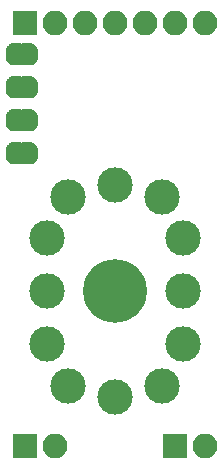
<source format=gbs>
G04 #@! TF.GenerationSoftware,KiCad,Pcbnew,(5.0.0)*
G04 #@! TF.CreationDate,2018-09-15T21:58:09+09:00*
G04 #@! TF.ProjectId,Nixie_Module_IN-12,4E697869655F4D6F64756C655F494E2D,rev?*
G04 #@! TF.SameCoordinates,Original*
G04 #@! TF.FileFunction,Soldermask,Bot*
G04 #@! TF.FilePolarity,Negative*
%FSLAX46Y46*%
G04 Gerber Fmt 4.6, Leading zero omitted, Abs format (unit mm)*
G04 Created by KiCad (PCBNEW (5.0.0)) date 09/15/18 21:58:09*
%MOMM*%
%LPD*%
G01*
G04 APERTURE LIST*
%ADD10C,3.000000*%
%ADD11C,5.400000*%
%ADD12R,2.100000X2.100000*%
%ADD13O,2.100000X2.100000*%
%ADD14C,0.500000*%
%ADD15C,0.100000*%
G04 APERTURE END LIST*
D10*
G04 #@! TO.C,U2*
X79248000Y-77868000D03*
X83248000Y-78868000D03*
X84998000Y-82368000D03*
X84998000Y-86868000D03*
X84998000Y-91368000D03*
X83248000Y-94868000D03*
X79248000Y-95868000D03*
X75248000Y-94868000D03*
X73498000Y-91368000D03*
X73498000Y-86868000D03*
X73498000Y-82368000D03*
D11*
X79248000Y-86868000D03*
D10*
X75248000Y-78868000D03*
G04 #@! TD*
D12*
G04 #@! TO.C,J4*
X71628000Y-100012500D03*
D13*
X74168000Y-100012500D03*
G04 #@! TD*
D12*
G04 #@! TO.C,J3*
X84328000Y-100012500D03*
D13*
X86868000Y-100012500D03*
G04 #@! TD*
D12*
G04 #@! TO.C,J1*
X71678800Y-64160400D03*
D13*
X74218800Y-64160400D03*
X76758800Y-64160400D03*
X79298800Y-64160400D03*
X81838800Y-64160400D03*
X84378800Y-64160400D03*
X86918800Y-64160400D03*
G04 #@! TD*
D14*
G04 #@! TO.C,JP1*
X70724000Y-66802000D03*
D15*
G36*
X70717888Y-67751398D02*
X70699466Y-67751398D01*
X70679860Y-67750435D01*
X70631029Y-67745625D01*
X70611620Y-67742746D01*
X70563495Y-67733174D01*
X70544452Y-67728404D01*
X70497497Y-67714160D01*
X70479020Y-67707549D01*
X70433687Y-67688772D01*
X70415939Y-67680377D01*
X70372666Y-67657246D01*
X70355838Y-67647160D01*
X70315039Y-67619900D01*
X70299270Y-67608205D01*
X70261341Y-67577077D01*
X70246800Y-67563897D01*
X70212103Y-67529200D01*
X70198923Y-67514659D01*
X70167795Y-67476730D01*
X70156100Y-67460961D01*
X70128840Y-67420162D01*
X70118754Y-67403334D01*
X70095623Y-67360061D01*
X70087228Y-67342313D01*
X70068451Y-67296980D01*
X70061840Y-67278503D01*
X70047596Y-67231548D01*
X70042826Y-67212505D01*
X70033254Y-67164380D01*
X70030375Y-67144971D01*
X70025565Y-67096140D01*
X70024602Y-67076534D01*
X70024602Y-67058112D01*
X70024000Y-67052000D01*
X70024000Y-66552000D01*
X70024602Y-66545888D01*
X70024602Y-66527466D01*
X70025565Y-66507860D01*
X70030375Y-66459029D01*
X70033254Y-66439620D01*
X70042826Y-66391495D01*
X70047596Y-66372452D01*
X70061840Y-66325497D01*
X70068451Y-66307020D01*
X70087228Y-66261687D01*
X70095623Y-66243939D01*
X70118754Y-66200666D01*
X70128840Y-66183838D01*
X70156100Y-66143039D01*
X70167795Y-66127270D01*
X70198923Y-66089341D01*
X70212103Y-66074800D01*
X70246800Y-66040103D01*
X70261341Y-66026923D01*
X70299270Y-65995795D01*
X70315039Y-65984100D01*
X70355838Y-65956840D01*
X70372666Y-65946754D01*
X70415939Y-65923623D01*
X70433687Y-65915228D01*
X70479020Y-65896451D01*
X70497497Y-65889840D01*
X70544452Y-65875596D01*
X70563495Y-65870826D01*
X70611620Y-65861254D01*
X70631029Y-65858375D01*
X70679860Y-65853565D01*
X70699466Y-65852602D01*
X70717888Y-65852602D01*
X70724000Y-65852000D01*
X71224000Y-65852000D01*
X71263018Y-65855843D01*
X71300537Y-65867224D01*
X71335114Y-65885706D01*
X71365421Y-65910579D01*
X71390294Y-65940886D01*
X71408776Y-65975463D01*
X71420157Y-66012982D01*
X71424000Y-66052000D01*
X71424000Y-67552000D01*
X71420157Y-67591018D01*
X71408776Y-67628537D01*
X71390294Y-67663114D01*
X71365421Y-67693421D01*
X71335114Y-67718294D01*
X71300537Y-67736776D01*
X71263018Y-67748157D01*
X71224000Y-67752000D01*
X70724000Y-67752000D01*
X70717888Y-67751398D01*
X70717888Y-67751398D01*
G37*
D14*
X72024000Y-66802000D03*
D15*
G36*
X71484982Y-67748157D02*
X71447463Y-67736776D01*
X71412886Y-67718294D01*
X71382579Y-67693421D01*
X71357706Y-67663114D01*
X71339224Y-67628537D01*
X71327843Y-67591018D01*
X71324000Y-67552000D01*
X71324000Y-66052000D01*
X71327843Y-66012982D01*
X71339224Y-65975463D01*
X71357706Y-65940886D01*
X71382579Y-65910579D01*
X71412886Y-65885706D01*
X71447463Y-65867224D01*
X71484982Y-65855843D01*
X71524000Y-65852000D01*
X72024000Y-65852000D01*
X72030112Y-65852602D01*
X72048534Y-65852602D01*
X72068140Y-65853565D01*
X72116971Y-65858375D01*
X72136380Y-65861254D01*
X72184505Y-65870826D01*
X72203548Y-65875596D01*
X72250503Y-65889840D01*
X72268980Y-65896451D01*
X72314313Y-65915228D01*
X72332061Y-65923623D01*
X72375334Y-65946754D01*
X72392162Y-65956840D01*
X72432961Y-65984100D01*
X72448730Y-65995795D01*
X72486659Y-66026923D01*
X72501200Y-66040103D01*
X72535897Y-66074800D01*
X72549077Y-66089341D01*
X72580205Y-66127270D01*
X72591900Y-66143039D01*
X72619160Y-66183838D01*
X72629246Y-66200666D01*
X72652377Y-66243939D01*
X72660772Y-66261687D01*
X72679549Y-66307020D01*
X72686160Y-66325497D01*
X72700404Y-66372452D01*
X72705174Y-66391495D01*
X72714746Y-66439620D01*
X72717625Y-66459029D01*
X72722435Y-66507860D01*
X72723398Y-66527466D01*
X72723398Y-66545888D01*
X72724000Y-66552000D01*
X72724000Y-67052000D01*
X72723398Y-67058112D01*
X72723398Y-67076534D01*
X72722435Y-67096140D01*
X72717625Y-67144971D01*
X72714746Y-67164380D01*
X72705174Y-67212505D01*
X72700404Y-67231548D01*
X72686160Y-67278503D01*
X72679549Y-67296980D01*
X72660772Y-67342313D01*
X72652377Y-67360061D01*
X72629246Y-67403334D01*
X72619160Y-67420162D01*
X72591900Y-67460961D01*
X72580205Y-67476730D01*
X72549077Y-67514659D01*
X72535897Y-67529200D01*
X72501200Y-67563897D01*
X72486659Y-67577077D01*
X72448730Y-67608205D01*
X72432961Y-67619900D01*
X72392162Y-67647160D01*
X72375334Y-67657246D01*
X72332061Y-67680377D01*
X72314313Y-67688772D01*
X72268980Y-67707549D01*
X72250503Y-67714160D01*
X72203548Y-67728404D01*
X72184505Y-67733174D01*
X72136380Y-67742746D01*
X72116971Y-67745625D01*
X72068140Y-67750435D01*
X72048534Y-67751398D01*
X72030112Y-67751398D01*
X72024000Y-67752000D01*
X71524000Y-67752000D01*
X71484982Y-67748157D01*
X71484982Y-67748157D01*
G37*
G04 #@! TD*
D14*
G04 #@! TO.C,JP2*
X72024000Y-69596000D03*
D15*
G36*
X71484982Y-70542157D02*
X71447463Y-70530776D01*
X71412886Y-70512294D01*
X71382579Y-70487421D01*
X71357706Y-70457114D01*
X71339224Y-70422537D01*
X71327843Y-70385018D01*
X71324000Y-70346000D01*
X71324000Y-68846000D01*
X71327843Y-68806982D01*
X71339224Y-68769463D01*
X71357706Y-68734886D01*
X71382579Y-68704579D01*
X71412886Y-68679706D01*
X71447463Y-68661224D01*
X71484982Y-68649843D01*
X71524000Y-68646000D01*
X72024000Y-68646000D01*
X72030112Y-68646602D01*
X72048534Y-68646602D01*
X72068140Y-68647565D01*
X72116971Y-68652375D01*
X72136380Y-68655254D01*
X72184505Y-68664826D01*
X72203548Y-68669596D01*
X72250503Y-68683840D01*
X72268980Y-68690451D01*
X72314313Y-68709228D01*
X72332061Y-68717623D01*
X72375334Y-68740754D01*
X72392162Y-68750840D01*
X72432961Y-68778100D01*
X72448730Y-68789795D01*
X72486659Y-68820923D01*
X72501200Y-68834103D01*
X72535897Y-68868800D01*
X72549077Y-68883341D01*
X72580205Y-68921270D01*
X72591900Y-68937039D01*
X72619160Y-68977838D01*
X72629246Y-68994666D01*
X72652377Y-69037939D01*
X72660772Y-69055687D01*
X72679549Y-69101020D01*
X72686160Y-69119497D01*
X72700404Y-69166452D01*
X72705174Y-69185495D01*
X72714746Y-69233620D01*
X72717625Y-69253029D01*
X72722435Y-69301860D01*
X72723398Y-69321466D01*
X72723398Y-69339888D01*
X72724000Y-69346000D01*
X72724000Y-69846000D01*
X72723398Y-69852112D01*
X72723398Y-69870534D01*
X72722435Y-69890140D01*
X72717625Y-69938971D01*
X72714746Y-69958380D01*
X72705174Y-70006505D01*
X72700404Y-70025548D01*
X72686160Y-70072503D01*
X72679549Y-70090980D01*
X72660772Y-70136313D01*
X72652377Y-70154061D01*
X72629246Y-70197334D01*
X72619160Y-70214162D01*
X72591900Y-70254961D01*
X72580205Y-70270730D01*
X72549077Y-70308659D01*
X72535897Y-70323200D01*
X72501200Y-70357897D01*
X72486659Y-70371077D01*
X72448730Y-70402205D01*
X72432961Y-70413900D01*
X72392162Y-70441160D01*
X72375334Y-70451246D01*
X72332061Y-70474377D01*
X72314313Y-70482772D01*
X72268980Y-70501549D01*
X72250503Y-70508160D01*
X72203548Y-70522404D01*
X72184505Y-70527174D01*
X72136380Y-70536746D01*
X72116971Y-70539625D01*
X72068140Y-70544435D01*
X72048534Y-70545398D01*
X72030112Y-70545398D01*
X72024000Y-70546000D01*
X71524000Y-70546000D01*
X71484982Y-70542157D01*
X71484982Y-70542157D01*
G37*
D14*
X70724000Y-69596000D03*
D15*
G36*
X70717888Y-70545398D02*
X70699466Y-70545398D01*
X70679860Y-70544435D01*
X70631029Y-70539625D01*
X70611620Y-70536746D01*
X70563495Y-70527174D01*
X70544452Y-70522404D01*
X70497497Y-70508160D01*
X70479020Y-70501549D01*
X70433687Y-70482772D01*
X70415939Y-70474377D01*
X70372666Y-70451246D01*
X70355838Y-70441160D01*
X70315039Y-70413900D01*
X70299270Y-70402205D01*
X70261341Y-70371077D01*
X70246800Y-70357897D01*
X70212103Y-70323200D01*
X70198923Y-70308659D01*
X70167795Y-70270730D01*
X70156100Y-70254961D01*
X70128840Y-70214162D01*
X70118754Y-70197334D01*
X70095623Y-70154061D01*
X70087228Y-70136313D01*
X70068451Y-70090980D01*
X70061840Y-70072503D01*
X70047596Y-70025548D01*
X70042826Y-70006505D01*
X70033254Y-69958380D01*
X70030375Y-69938971D01*
X70025565Y-69890140D01*
X70024602Y-69870534D01*
X70024602Y-69852112D01*
X70024000Y-69846000D01*
X70024000Y-69346000D01*
X70024602Y-69339888D01*
X70024602Y-69321466D01*
X70025565Y-69301860D01*
X70030375Y-69253029D01*
X70033254Y-69233620D01*
X70042826Y-69185495D01*
X70047596Y-69166452D01*
X70061840Y-69119497D01*
X70068451Y-69101020D01*
X70087228Y-69055687D01*
X70095623Y-69037939D01*
X70118754Y-68994666D01*
X70128840Y-68977838D01*
X70156100Y-68937039D01*
X70167795Y-68921270D01*
X70198923Y-68883341D01*
X70212103Y-68868800D01*
X70246800Y-68834103D01*
X70261341Y-68820923D01*
X70299270Y-68789795D01*
X70315039Y-68778100D01*
X70355838Y-68750840D01*
X70372666Y-68740754D01*
X70415939Y-68717623D01*
X70433687Y-68709228D01*
X70479020Y-68690451D01*
X70497497Y-68683840D01*
X70544452Y-68669596D01*
X70563495Y-68664826D01*
X70611620Y-68655254D01*
X70631029Y-68652375D01*
X70679860Y-68647565D01*
X70699466Y-68646602D01*
X70717888Y-68646602D01*
X70724000Y-68646000D01*
X71224000Y-68646000D01*
X71263018Y-68649843D01*
X71300537Y-68661224D01*
X71335114Y-68679706D01*
X71365421Y-68704579D01*
X71390294Y-68734886D01*
X71408776Y-68769463D01*
X71420157Y-68806982D01*
X71424000Y-68846000D01*
X71424000Y-70346000D01*
X71420157Y-70385018D01*
X71408776Y-70422537D01*
X71390294Y-70457114D01*
X71365421Y-70487421D01*
X71335114Y-70512294D01*
X71300537Y-70530776D01*
X71263018Y-70542157D01*
X71224000Y-70546000D01*
X70724000Y-70546000D01*
X70717888Y-70545398D01*
X70717888Y-70545398D01*
G37*
G04 #@! TD*
D14*
G04 #@! TO.C,JP4*
X70724000Y-75184000D03*
D15*
G36*
X70717888Y-76133398D02*
X70699466Y-76133398D01*
X70679860Y-76132435D01*
X70631029Y-76127625D01*
X70611620Y-76124746D01*
X70563495Y-76115174D01*
X70544452Y-76110404D01*
X70497497Y-76096160D01*
X70479020Y-76089549D01*
X70433687Y-76070772D01*
X70415939Y-76062377D01*
X70372666Y-76039246D01*
X70355838Y-76029160D01*
X70315039Y-76001900D01*
X70299270Y-75990205D01*
X70261341Y-75959077D01*
X70246800Y-75945897D01*
X70212103Y-75911200D01*
X70198923Y-75896659D01*
X70167795Y-75858730D01*
X70156100Y-75842961D01*
X70128840Y-75802162D01*
X70118754Y-75785334D01*
X70095623Y-75742061D01*
X70087228Y-75724313D01*
X70068451Y-75678980D01*
X70061840Y-75660503D01*
X70047596Y-75613548D01*
X70042826Y-75594505D01*
X70033254Y-75546380D01*
X70030375Y-75526971D01*
X70025565Y-75478140D01*
X70024602Y-75458534D01*
X70024602Y-75440112D01*
X70024000Y-75434000D01*
X70024000Y-74934000D01*
X70024602Y-74927888D01*
X70024602Y-74909466D01*
X70025565Y-74889860D01*
X70030375Y-74841029D01*
X70033254Y-74821620D01*
X70042826Y-74773495D01*
X70047596Y-74754452D01*
X70061840Y-74707497D01*
X70068451Y-74689020D01*
X70087228Y-74643687D01*
X70095623Y-74625939D01*
X70118754Y-74582666D01*
X70128840Y-74565838D01*
X70156100Y-74525039D01*
X70167795Y-74509270D01*
X70198923Y-74471341D01*
X70212103Y-74456800D01*
X70246800Y-74422103D01*
X70261341Y-74408923D01*
X70299270Y-74377795D01*
X70315039Y-74366100D01*
X70355838Y-74338840D01*
X70372666Y-74328754D01*
X70415939Y-74305623D01*
X70433687Y-74297228D01*
X70479020Y-74278451D01*
X70497497Y-74271840D01*
X70544452Y-74257596D01*
X70563495Y-74252826D01*
X70611620Y-74243254D01*
X70631029Y-74240375D01*
X70679860Y-74235565D01*
X70699466Y-74234602D01*
X70717888Y-74234602D01*
X70724000Y-74234000D01*
X71224000Y-74234000D01*
X71263018Y-74237843D01*
X71300537Y-74249224D01*
X71335114Y-74267706D01*
X71365421Y-74292579D01*
X71390294Y-74322886D01*
X71408776Y-74357463D01*
X71420157Y-74394982D01*
X71424000Y-74434000D01*
X71424000Y-75934000D01*
X71420157Y-75973018D01*
X71408776Y-76010537D01*
X71390294Y-76045114D01*
X71365421Y-76075421D01*
X71335114Y-76100294D01*
X71300537Y-76118776D01*
X71263018Y-76130157D01*
X71224000Y-76134000D01*
X70724000Y-76134000D01*
X70717888Y-76133398D01*
X70717888Y-76133398D01*
G37*
D14*
X72024000Y-75184000D03*
D15*
G36*
X71484982Y-76130157D02*
X71447463Y-76118776D01*
X71412886Y-76100294D01*
X71382579Y-76075421D01*
X71357706Y-76045114D01*
X71339224Y-76010537D01*
X71327843Y-75973018D01*
X71324000Y-75934000D01*
X71324000Y-74434000D01*
X71327843Y-74394982D01*
X71339224Y-74357463D01*
X71357706Y-74322886D01*
X71382579Y-74292579D01*
X71412886Y-74267706D01*
X71447463Y-74249224D01*
X71484982Y-74237843D01*
X71524000Y-74234000D01*
X72024000Y-74234000D01*
X72030112Y-74234602D01*
X72048534Y-74234602D01*
X72068140Y-74235565D01*
X72116971Y-74240375D01*
X72136380Y-74243254D01*
X72184505Y-74252826D01*
X72203548Y-74257596D01*
X72250503Y-74271840D01*
X72268980Y-74278451D01*
X72314313Y-74297228D01*
X72332061Y-74305623D01*
X72375334Y-74328754D01*
X72392162Y-74338840D01*
X72432961Y-74366100D01*
X72448730Y-74377795D01*
X72486659Y-74408923D01*
X72501200Y-74422103D01*
X72535897Y-74456800D01*
X72549077Y-74471341D01*
X72580205Y-74509270D01*
X72591900Y-74525039D01*
X72619160Y-74565838D01*
X72629246Y-74582666D01*
X72652377Y-74625939D01*
X72660772Y-74643687D01*
X72679549Y-74689020D01*
X72686160Y-74707497D01*
X72700404Y-74754452D01*
X72705174Y-74773495D01*
X72714746Y-74821620D01*
X72717625Y-74841029D01*
X72722435Y-74889860D01*
X72723398Y-74909466D01*
X72723398Y-74927888D01*
X72724000Y-74934000D01*
X72724000Y-75434000D01*
X72723398Y-75440112D01*
X72723398Y-75458534D01*
X72722435Y-75478140D01*
X72717625Y-75526971D01*
X72714746Y-75546380D01*
X72705174Y-75594505D01*
X72700404Y-75613548D01*
X72686160Y-75660503D01*
X72679549Y-75678980D01*
X72660772Y-75724313D01*
X72652377Y-75742061D01*
X72629246Y-75785334D01*
X72619160Y-75802162D01*
X72591900Y-75842961D01*
X72580205Y-75858730D01*
X72549077Y-75896659D01*
X72535897Y-75911200D01*
X72501200Y-75945897D01*
X72486659Y-75959077D01*
X72448730Y-75990205D01*
X72432961Y-76001900D01*
X72392162Y-76029160D01*
X72375334Y-76039246D01*
X72332061Y-76062377D01*
X72314313Y-76070772D01*
X72268980Y-76089549D01*
X72250503Y-76096160D01*
X72203548Y-76110404D01*
X72184505Y-76115174D01*
X72136380Y-76124746D01*
X72116971Y-76127625D01*
X72068140Y-76132435D01*
X72048534Y-76133398D01*
X72030112Y-76133398D01*
X72024000Y-76134000D01*
X71524000Y-76134000D01*
X71484982Y-76130157D01*
X71484982Y-76130157D01*
G37*
G04 #@! TD*
D14*
G04 #@! TO.C,JP3*
X72024000Y-72390000D03*
D15*
G36*
X71484982Y-73336157D02*
X71447463Y-73324776D01*
X71412886Y-73306294D01*
X71382579Y-73281421D01*
X71357706Y-73251114D01*
X71339224Y-73216537D01*
X71327843Y-73179018D01*
X71324000Y-73140000D01*
X71324000Y-71640000D01*
X71327843Y-71600982D01*
X71339224Y-71563463D01*
X71357706Y-71528886D01*
X71382579Y-71498579D01*
X71412886Y-71473706D01*
X71447463Y-71455224D01*
X71484982Y-71443843D01*
X71524000Y-71440000D01*
X72024000Y-71440000D01*
X72030112Y-71440602D01*
X72048534Y-71440602D01*
X72068140Y-71441565D01*
X72116971Y-71446375D01*
X72136380Y-71449254D01*
X72184505Y-71458826D01*
X72203548Y-71463596D01*
X72250503Y-71477840D01*
X72268980Y-71484451D01*
X72314313Y-71503228D01*
X72332061Y-71511623D01*
X72375334Y-71534754D01*
X72392162Y-71544840D01*
X72432961Y-71572100D01*
X72448730Y-71583795D01*
X72486659Y-71614923D01*
X72501200Y-71628103D01*
X72535897Y-71662800D01*
X72549077Y-71677341D01*
X72580205Y-71715270D01*
X72591900Y-71731039D01*
X72619160Y-71771838D01*
X72629246Y-71788666D01*
X72652377Y-71831939D01*
X72660772Y-71849687D01*
X72679549Y-71895020D01*
X72686160Y-71913497D01*
X72700404Y-71960452D01*
X72705174Y-71979495D01*
X72714746Y-72027620D01*
X72717625Y-72047029D01*
X72722435Y-72095860D01*
X72723398Y-72115466D01*
X72723398Y-72133888D01*
X72724000Y-72140000D01*
X72724000Y-72640000D01*
X72723398Y-72646112D01*
X72723398Y-72664534D01*
X72722435Y-72684140D01*
X72717625Y-72732971D01*
X72714746Y-72752380D01*
X72705174Y-72800505D01*
X72700404Y-72819548D01*
X72686160Y-72866503D01*
X72679549Y-72884980D01*
X72660772Y-72930313D01*
X72652377Y-72948061D01*
X72629246Y-72991334D01*
X72619160Y-73008162D01*
X72591900Y-73048961D01*
X72580205Y-73064730D01*
X72549077Y-73102659D01*
X72535897Y-73117200D01*
X72501200Y-73151897D01*
X72486659Y-73165077D01*
X72448730Y-73196205D01*
X72432961Y-73207900D01*
X72392162Y-73235160D01*
X72375334Y-73245246D01*
X72332061Y-73268377D01*
X72314313Y-73276772D01*
X72268980Y-73295549D01*
X72250503Y-73302160D01*
X72203548Y-73316404D01*
X72184505Y-73321174D01*
X72136380Y-73330746D01*
X72116971Y-73333625D01*
X72068140Y-73338435D01*
X72048534Y-73339398D01*
X72030112Y-73339398D01*
X72024000Y-73340000D01*
X71524000Y-73340000D01*
X71484982Y-73336157D01*
X71484982Y-73336157D01*
G37*
D14*
X70724000Y-72390000D03*
D15*
G36*
X70717888Y-73339398D02*
X70699466Y-73339398D01*
X70679860Y-73338435D01*
X70631029Y-73333625D01*
X70611620Y-73330746D01*
X70563495Y-73321174D01*
X70544452Y-73316404D01*
X70497497Y-73302160D01*
X70479020Y-73295549D01*
X70433687Y-73276772D01*
X70415939Y-73268377D01*
X70372666Y-73245246D01*
X70355838Y-73235160D01*
X70315039Y-73207900D01*
X70299270Y-73196205D01*
X70261341Y-73165077D01*
X70246800Y-73151897D01*
X70212103Y-73117200D01*
X70198923Y-73102659D01*
X70167795Y-73064730D01*
X70156100Y-73048961D01*
X70128840Y-73008162D01*
X70118754Y-72991334D01*
X70095623Y-72948061D01*
X70087228Y-72930313D01*
X70068451Y-72884980D01*
X70061840Y-72866503D01*
X70047596Y-72819548D01*
X70042826Y-72800505D01*
X70033254Y-72752380D01*
X70030375Y-72732971D01*
X70025565Y-72684140D01*
X70024602Y-72664534D01*
X70024602Y-72646112D01*
X70024000Y-72640000D01*
X70024000Y-72140000D01*
X70024602Y-72133888D01*
X70024602Y-72115466D01*
X70025565Y-72095860D01*
X70030375Y-72047029D01*
X70033254Y-72027620D01*
X70042826Y-71979495D01*
X70047596Y-71960452D01*
X70061840Y-71913497D01*
X70068451Y-71895020D01*
X70087228Y-71849687D01*
X70095623Y-71831939D01*
X70118754Y-71788666D01*
X70128840Y-71771838D01*
X70156100Y-71731039D01*
X70167795Y-71715270D01*
X70198923Y-71677341D01*
X70212103Y-71662800D01*
X70246800Y-71628103D01*
X70261341Y-71614923D01*
X70299270Y-71583795D01*
X70315039Y-71572100D01*
X70355838Y-71544840D01*
X70372666Y-71534754D01*
X70415939Y-71511623D01*
X70433687Y-71503228D01*
X70479020Y-71484451D01*
X70497497Y-71477840D01*
X70544452Y-71463596D01*
X70563495Y-71458826D01*
X70611620Y-71449254D01*
X70631029Y-71446375D01*
X70679860Y-71441565D01*
X70699466Y-71440602D01*
X70717888Y-71440602D01*
X70724000Y-71440000D01*
X71224000Y-71440000D01*
X71263018Y-71443843D01*
X71300537Y-71455224D01*
X71335114Y-71473706D01*
X71365421Y-71498579D01*
X71390294Y-71528886D01*
X71408776Y-71563463D01*
X71420157Y-71600982D01*
X71424000Y-71640000D01*
X71424000Y-73140000D01*
X71420157Y-73179018D01*
X71408776Y-73216537D01*
X71390294Y-73251114D01*
X71365421Y-73281421D01*
X71335114Y-73306294D01*
X71300537Y-73324776D01*
X71263018Y-73336157D01*
X71224000Y-73340000D01*
X70724000Y-73340000D01*
X70717888Y-73339398D01*
X70717888Y-73339398D01*
G37*
G04 #@! TD*
M02*

</source>
